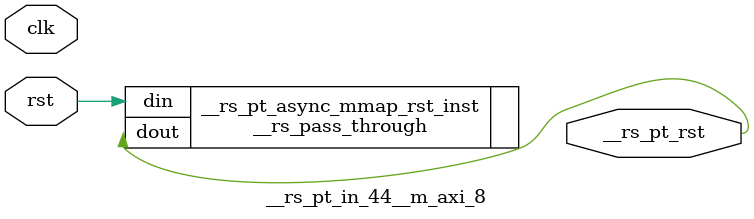
<source format=v>
`timescale 1 ns / 1 ps
/**   Generated by RapidStream   **/
module __rs_pt_in_44__m_axi_8 #(
    parameter BufferSize         = 32,
    parameter BufferSizeLog      = 5,
    parameter AddrWidth          = 64,
    parameter AxiSideAddrWidth   = 64,
    parameter DataWidth          = 512,
    parameter DataWidthBytesLog  = 6,
    parameter WaitTimeWidth      = 4,
    parameter BurstLenWidth      = 8,
    parameter EnableReadChannel  = 1,
    parameter EnableWriteChannel = 1,
    parameter MaxWaitTime        = 3,
    parameter MaxBurstLen        = 15
) (
    output wire __rs_pt_rst,
    input wire  clk,
    input wire  rst
);




__rs_pass_through #(
    .WIDTH (1)
) __rs_pt_async_mmap_rst_inst /**   Generated by RapidStream   **/ (
    .din  (rst),
    .dout (__rs_pt_rst)
);

endmodule  // __rs_pt_in_44__m_axi_8
</source>
